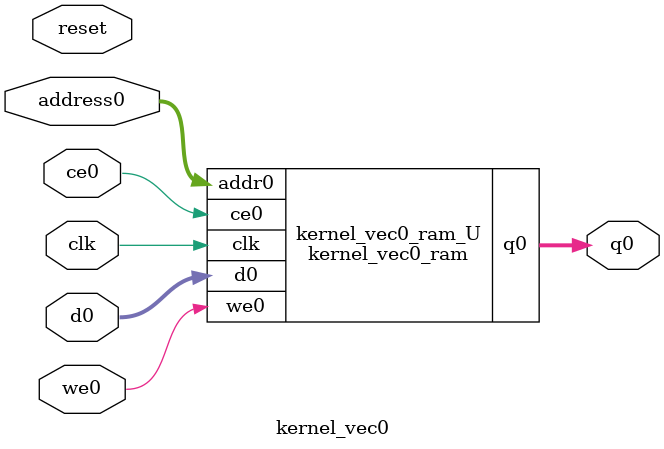
<source format=v>
`timescale 1 ns / 1 ps
module kernel_vec0_ram (addr0, ce0, d0, we0, q0,  clk);

parameter DWIDTH = 32;
parameter AWIDTH = 9;
parameter MEM_SIZE = 512;

input[AWIDTH-1:0] addr0;
input ce0;
input[DWIDTH-1:0] d0;
input we0;
output reg[DWIDTH-1:0] q0;
input clk;

(* ram_style = "block" *)reg [DWIDTH-1:0] ram[0:MEM_SIZE-1];




always @(posedge clk)  
begin 
    if (ce0) begin
        if (we0) 
            ram[addr0] <= d0; 
        q0 <= ram[addr0];
    end
end


endmodule

`timescale 1 ns / 1 ps
module kernel_vec0(
    reset,
    clk,
    address0,
    ce0,
    we0,
    d0,
    q0);

parameter DataWidth = 32'd32;
parameter AddressRange = 32'd512;
parameter AddressWidth = 32'd9;
input reset;
input clk;
input[AddressWidth - 1:0] address0;
input ce0;
input we0;
input[DataWidth - 1:0] d0;
output[DataWidth - 1:0] q0;



kernel_vec0_ram kernel_vec0_ram_U(
    .clk( clk ),
    .addr0( address0 ),
    .ce0( ce0 ),
    .we0( we0 ),
    .d0( d0 ),
    .q0( q0 ));

endmodule


</source>
